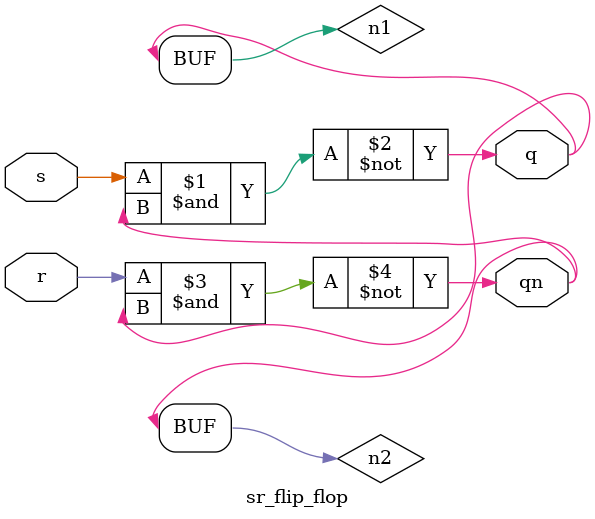
<source format=v>
`timescale 1ns/1ps
module sr_flip_flop(
input s,
input r,
output q,
output qn
);
wire n1,n2;
assign n1 = ~(s & qn);
assign n2 = ~(r & q);
assign q  = n1;
assign qn = n2;
endmodule

</source>
